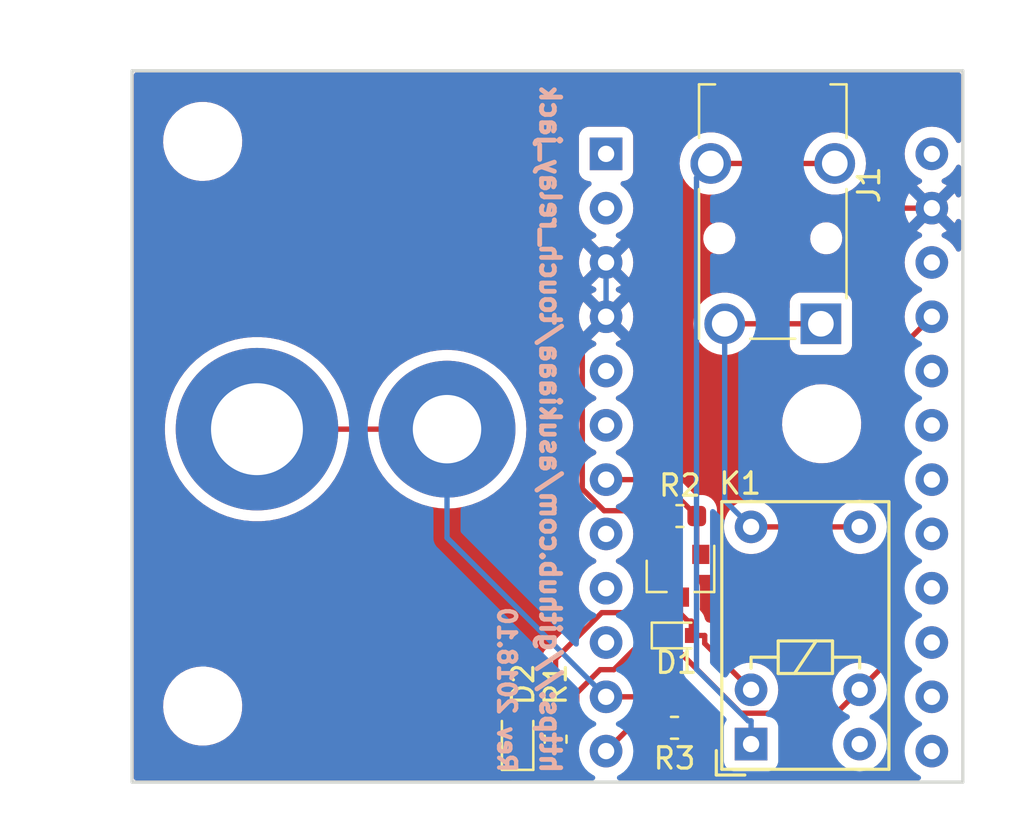
<source format=kicad_pcb>
(kicad_pcb (version 20221018) (generator pcbnew)
  (layers (0 "F.Cu" signal) (31 "B.Cu" signal) (34 "B.Paste" user) (35 "F.Paste" user) (36 "B.SilkS" user "B.Silkscreen") (37 "F.SilkS" user "F.Silkscreen") (38 "B.Mask" user) (39 "F.Mask" user) (44 "Edge.Cuts" user))
  (net 0 "")
  (net 1 "Net-(A1-Pad1)")
  (net 2 "Net-(A1-Pad2)")
  (net 3 "GND")
  (net 4 "Net-(A1-Pad5)")
  (net 5 "Net-(A1-Pad6)")
  (net 6 "Relay")
  (net 7 "Net-(A1-Pad8)")
  (net 8 "Net-(A1-Pad9)")
  (net 9 "Net-(A1-Pad10)")
  (net 10 "Net-(A1-Pad11)")
  (net 11 "Net-(A1-Pad12)")
  (net 12 "Net-(A1-Pad13)")
  (net 13 "Net-(A1-Pad14)")
  (net 14 "Net-(A1-Pad15)")
  (net 15 "Net-(A1-Pad16)")
  (net 16 "Net-(A1-Pad17)")
  (net 17 "Net-(A1-Pad18)")
  (net 18 "Net-(A1-Pad19)")
  (net 19 "Net-(A1-Pad20)")
  (net 20 "+5V")
  (net 21 "Net-(A1-Pad22)")
  (net 22 "Net-(A1-Pad24)")
  (net 23 "Net-(D1-Pad2)")
  (net 24 "Net-(J1-PadT)")
  (net 25 "Net-(J1-PadR)")
  (net 26 "Net-(K1-Pad2)")
  (net 27 "Net-(D2-Pad1)")
  (footprint "Module:Pro_Micro" (layer "F.Cu") (at 112.851 101.421)
    (fp_text reference "A1" hide)
    (fp_text value "Pro_Micro")
    (pad "1" thru_hole rect (at -7.62 -12.7) (size 1.524 1.524) (drill 0.762) (layers "*.Cu" "*.Mask") (net 1 "Net-(A1-Pad1)"))
    (pad "2" thru_hole circle (at -7.62 -10.16) (size 1.524 1.524) (drill 0.762) (layers "*.Cu" "*.Mask") (net 2 "Net-(A1-Pad2)"))
    (pad "3" thru_hole circle (at -7.62 -7.62) (size 1.524 1.524) (drill 0.762) (layers "*.Cu" "*.Mask") (net 3 "GND"))
    (pad "4" thru_hole circle (at -7.62 -5.08) (size 1.524 1.524) (drill 0.762) (layers "*.Cu" "*.Mask") (net 3 "GND"))
    (pad "5" thru_hole circle (at -7.62 -2.54) (size 1.524 1.524) (drill 0.762) (layers "*.Cu" "*.Mask") (net 4 "Net-(A1-Pad5)"))
    (pad "6" thru_hole circle (at -7.62 0) (size 1.524 1.524) (drill 0.762) (layers "*.Cu" "*.Mask") (net 5 "Net-(A1-Pad6)"))
    (pad "7" thru_hole circle (at -7.62 2.54) (size 1.524 1.524) (drill 0.762) (layers "*.Cu" "*.Mask") (net 6 "Relay"))
    (pad "8" thru_hole circle (at -7.62 5.08) (size 1.524 1.524) (drill 0.762) (layers "*.Cu" "*.Mask") (net 7 "Net-(A1-Pad8)"))
    (pad "9" thru_hole circle (at -7.62 7.62) (size 1.524 1.524) (drill 0.762) (layers "*.Cu" "*.Mask") (net 8 "Net-(A1-Pad9)"))
    (pad "10" thru_hole circle (at -7.62 10.16) (size 1.524 1.524) (drill 0.762) (layers "*.Cu" "*.Mask") (net 9 "Net-(A1-Pad10)"))
    (pad "11" thru_hole circle (at -7.62 12.7) (size 1.524 1.524) (drill 0.762) (layers "*.Cu" "*.Mask") (net 10 "Net-(A1-Pad11)"))
    (pad "12" thru_hole circle (at -7.62 15.24) (size 1.524 1.524) (drill 0.762) (layers "*.Cu" "*.Mask") (net 11 "Net-(A1-Pad12)"))
    (pad "13" thru_hole circle (at 7.62 15.24) (size 1.524 1.524) (drill 0.762) (layers "*.Cu" "*.Mask") (net 12 "Net-(A1-Pad13)"))
    (pad "14" thru_hole circle (at 7.62 12.7) (size 1.524 1.524) (drill 0.762) (layers "*.Cu" "*.Mask") (net 13 "Net-(A1-Pad14)"))
    (pad "15" thru_hole circle (at 7.62 10.16) (size 1.524 1.524) (drill 0.762) (layers "*.Cu" "*.Mask") (net 14 "Net-(A1-Pad15)"))
    (pad "16" thru_hole circle (at 7.62 7.62) (size 1.524 1.524) (drill 0.762) (layers "*.Cu" "*.Mask") (net 15 "Net-(A1-Pad16)"))
    (pad "17" thru_hole circle (at 7.62 5.08) (size 1.524 1.524) (drill 0.762) (layers "*.Cu" "*.Mask") (net 16 "Net-(A1-Pad17)"))
    (pad "18" thru_hole circle (at 7.62 2.54) (size 1.524 1.524) (drill 0.762) (layers "*.Cu" "*.Mask") (net 17 "Net-(A1-Pad18)"))
    (pad "19" thru_hole circle (at 7.62 0) (size 1.524 1.524) (drill 0.762) (layers "*.Cu" "*.Mask") (net 18 "Net-(A1-Pad19)"))
    (pad "20" thru_hole circle (at 7.62 -2.54) (size 1.524 1.524) (drill 0.762) (layers "*.Cu" "*.Mask") (net 19 "Net-(A1-Pad20)"))
    (pad "21" thru_hole circle (at 7.62 -5.08) (size 1.524 1.524) (drill 0.762) (layers "*.Cu" "*.Mask") (net 20 "+5V"))
    (pad "22" thru_hole circle (at 7.62 -7.62) (size 1.524 1.524) (drill 0.762) (layers "*.Cu" "*.Mask") (net 21 "Net-(A1-Pad22)"))
    (pad "23" thru_hole circle (at 7.62 -10.16) (size 1.524 1.524) (drill 0.762) (layers "*.Cu" "*.Mask") (net 3 "GND"))
    (pad "24" thru_hole circle (at 7.62 -12.7) (size 1.524 1.524) (drill 0.762) (layers "*.Cu" "*.Mask") (net 22 "Net-(A1-Pad24)"))
  )
  (footprint "Diode_SMD:D_SOD-523" (layer "F.Cu") (at 108.52 111.252)
    (fp_text reference "D1" (at 0 1.27) (layer "F.SilkS"))
    (fp_text value "D_Shockley")
    (fp_line (start -1.15 -0.6) (end -1.15 0.6) (stroke (width 0.12)) (layer "F.SilkS"))
    (fp_line (start 0.7 -0.6) (end -1.15 -0.6) (stroke (width 0.12)) (layer "F.SilkS"))
    (fp_line (start 0.7 0.6) (end -1.15 0.6) (stroke (width 0.12)) (layer "F.SilkS"))
    (pad "1" smd rect (at -0.7 0 180) (size 0.6 0.7) (layers "F.Cu" "F.Paste" "F.Mask") (net 20 "+5V"))
    (pad "2" smd rect (at 0.7 0 180) (size 0.6 0.7) (layers "F.Cu" "F.Paste" "F.Mask") (net 23 "Net-(D1-Pad2)"))
  )
  (footprint "LED_SMD:LED_0603_1608Metric" (layer "F.Cu") (at 101.092 116.052 90)
    (fp_text reference "D2" (at 2.5145 0.254 90) (layer "F.SilkS"))
    (fp_text value "LED")
    (fp_line (start -1.485 -0.735) (end -1.485 0.735) (stroke (width 0.12)) (layer "F.SilkS"))
    (fp_line (start -1.485 0.735) (end 0.8 0.735) (stroke (width 0.12)) (layer "F.SilkS"))
    (fp_line (start 0.8 -0.735) (end -1.485 -0.735) (stroke (width 0.12)) (layer "F.SilkS"))
    (pad "1" smd roundrect (at -0.7875 0 90) (size 0.875 0.95) (layers "F.Cu" "F.Paste" "F.Mask") (net 27 "Net-(D2-Pad1)"))
    (pad "2" smd roundrect (at 0.7875 0 90) (size 0.875 0.95) (layers "F.Cu" "F.Paste" "F.Mask") (net 20 "+5V"))
  )
  (footprint "MountingHole:MountingHole_4.3mm_M4_ISO7380_Pad" (layer "F.Cu") (at 88.9 101.6)
    (fp_text reference "H1" hide)
    (fp_text value "M4Hole")
    (pad "1" thru_hole circle (at 0 0) (size 7.6 7.6) (drill 4.3) (layers "*.Cu" "*.Mask") (net 10 "Net-(A1-Pad11)"))
  )
  (footprint "Connector_Audio:Jack_3.5mm_Switronic_ST-005-G_horizontal" (layer "F.Cu") (at 113.03 90.17 -90)
    (fp_text reference "J1" (at 0 -4.5 270) (layer "F.SilkS"))
    (fp_text value "AudioJack3_Ground")
    (fp_line (start -4.7 -3.45) (end -2.2 -3.45) (stroke (width 0.12)) (layer "F.SilkS"))
    (fp_line (start -4.7 -2.7) (end -4.7 -3.45) (stroke (width 0.12)) (layer "F.SilkS"))
    (fp_line (start -4.7 3.45) (end -4.7 2.7) (stroke (width 0.12)) (layer "F.SilkS"))
    (fp_line (start -2.2 3.45) (end -4.7 3.45) (stroke (width 0.12)) (layer "F.SilkS"))
    (fp_line (start 0.2 -3.45) (end 5.3 -3.45) (stroke (width 0.12)) (layer "F.SilkS"))
    (fp_line (start 0.2 3.45) (end 7.2 3.45) (stroke (width 0.12)) (layer "F.SilkS"))
    (fp_line (start 7.2 -1.05) (end 7.2 1.05) (stroke (width 0.12)) (layer "F.SilkS"))
    (pad "" np_thru_hole circle (at 2.5 -2.5 270) (size 1 1) (drill 1) (layers "*.Cu" "*.Mask"))
    (pad "" np_thru_hole circle (at 2.5 2.5 270) (size 1 1) (drill 1) (layers "*.Cu" "*.Mask"))
    (pad "R" thru_hole rect (at 6.5 -2.25 270) (size 1.9 1.9) (drill 1.2) (layers "*.Cu" "*.Mask") (net 25 "Net-(J1-PadR)"))
    (pad "S" thru_hole circle (at 6.5 2.25 270) (size 1.9 1.9) (drill 1.2) (layers "*.Cu" "*.Mask") (net 25 "Net-(J1-PadR)"))
    (pad "T" thru_hole circle (at -1 -2.9 270) (size 1.9 1.9) (drill 1.2) (layers "*.Cu" "*.Mask") (net 24 "Net-(J1-PadT)"))
    (pad "T" thru_hole circle (at -1 2.9 270) (size 1.9 1.9) (drill 1.2) (layers "*.Cu" "*.Mask") (net 24 "Net-(J1-PadT)"))
  )
  (footprint "Relay_THT:Relay_SPDT_HsinDa_Y14" (layer "F.Cu") (at 112.014 116.332 90)
    (fp_text reference "K1" (at 12.192 -0.508 180) (layer "F.SilkS"))
    (fp_text value "Y14x-1C-xxDS")
    (fp_line (start -1.4478 -1.6256) (end -1.4478 -0.2921) (stroke (width 0.15)) (layer "F.SilkS"))
    (fp_line (start -1.18 -1.37) (end -1.18 6.45) (stroke (width 0.15)) (layer "F.SilkS"))
    (fp_line (start -1.18 6.45) (end 11.34 6.45) (stroke (width 0.15)) (layer "F.SilkS"))
    (fp_line (start -0.3048 -1.6256) (end -1.4478 -1.6256) (stroke (width 0.15)) (layer "F.SilkS"))
    (fp_line (start 3.302 1.27) (end 4.826 1.27) (stroke (width 0.15)) (layer "F.SilkS"))
    (fp_line (start 3.302 2.032) (end 4.826 3.048) (stroke (width 0.15)) (layer "F.SilkS"))
    (fp_line (start 3.302 3.81) (end 3.302 1.27) (stroke (width 0.15)) (layer "F.SilkS"))
    (fp_line (start 3.556 0) (end 4.064 0) (stroke (width 0.15)) (layer "F.SilkS"))
    (fp_line (start 4.064 0) (end 4.064 1.27) (stroke (width 0.15)) (layer "F.SilkS"))
    (fp_line (start 4.064 3.81) (end 4.064 5.08) (stroke (width 0.15)) (layer "F.SilkS"))
    (fp_line (start 4.064 5.08) (end 3.556 5.08) (stroke (width 0.15)) (layer "F.SilkS"))
    (fp_line (start 4.826 1.27) (end 4.826 3.81) (stroke (width 0.15)) (layer "F.SilkS"))
    (fp_line (start 4.826 3.81) (end 3.302 3.81) (stroke (width 0.15)) (layer "F.SilkS"))
    (fp_line (start 11.34 -1.37) (end -1.18 -1.37) (stroke (width 0.15)) (layer "F.SilkS"))
    (fp_line (start 11.34 6.45) (end 11.34 -1.37) (stroke (width 0.15)) (layer "F.SilkS"))
    (pad "1" thru_hole rect (at 0 0 90) (size 1.524 1.524) (drill 0.762) (layers "*.Cu" "*.Mask") (net 24 "Net-(J1-PadT)"))
    (pad "2" thru_hole circle (at 0 5.08 90) (size 1.524 1.524) (drill 0.762) (layers "*.Cu" "*.Mask") (net 26 "Net-(K1-Pad2)"))
    (pad "3" thru_hole circle (at 2.54 0 90) (size 1.524 1.524) (drill 0.762) (layers "*.Cu" "*.Mask") (net 23 "Net-(D1-Pad2)"))
    (pad "4" thru_hole circle (at 2.54 5.08 90) (size 1.524 1.524) (drill 0.762) (layers "*.Cu" "*.Mask") (net 20 "+5V"))
    (pad "5" thru_hole circle (at 10.16 0 90) (size 1.524 1.524) (drill 0.762) (layers "*.Cu" "*.Mask") (net 25 "Net-(J1-PadR)"))
    (pad "6" thru_hole circle (at 10.16 5.08 90) (size 1.524 1.524) (drill 0.762) (layers "*.Cu" "*.Mask") (net 25 "Net-(J1-PadR)"))
  )
  (footprint "Package_TO_SOT_SMD:SOT-23" (layer "F.Cu") (at 108.712 108.458 -90)
    (fp_text reference "Q1" hide)
    (fp_text value "Q_NMOS_GSD")
    (fp_line (start 0.76 -1.58) (end -1.4 -1.58) (stroke (width 0.12)) (layer "F.SilkS"))
    (fp_line (start 0.76 -1.58) (end 0.76 -0.65) (stroke (width 0.12)) (layer "F.SilkS"))
    (fp_line (start 0.76 1.58) (end -0.7 1.58) (stroke (width 0.12)) (layer "F.SilkS"))
    (fp_line (start 0.76 1.58) (end 0.76 0.65) (stroke (width 0.12)) (layer "F.SilkS"))
    (pad "1" smd rect (at -1 -0.95 270) (size 0.9 0.8) (layers "F.Cu" "F.Paste" "F.Mask") (net 6 "Relay"))
    (pad "2" smd rect (at -1 0.95 270) (size 0.9 0.8) (layers "F.Cu" "F.Paste" "F.Mask") (net 3 "GND"))
    (pad "3" smd rect (at 1 0 270) (size 0.9 0.8) (layers "F.Cu" "F.Paste" "F.Mask") (net 23 "Net-(D1-Pad2)"))
  )
  (footprint "Resistor_SMD:R_0603_1608Metric" (layer "F.Cu") (at 102.87 116.104 -90)
    (fp_text reference "R1" (at -2.5655 0 270) (layer "F.SilkS"))
    (fp_text value "1K")
    (fp_line (start -0.162779 -0.51) (end 0.162779 -0.51) (stroke (width 0.12)) (layer "F.SilkS"))
    (fp_line (start -0.162779 0.51) (end 0.162779 0.51) (stroke (width 0.12)) (layer "F.SilkS"))
    (pad "1" smd roundrect (at -0.7875 0 270) (size 0.875 0.95) (layers "F.Cu" "F.Paste" "F.Mask") (net 23 "Net-(D1-Pad2)"))
    (pad "2" smd roundrect (at 0.7875 0 270) (size 0.875 0.95) (layers "F.Cu" "F.Paste" "F.Mask") (net 27 "Net-(D2-Pad1)"))
  )
  (footprint "Resistor_SMD:R_0603_1608Metric" (layer "F.Cu") (at 108.686 105.664)
    (fp_text reference "R2" (at 0 -1.43) (layer "F.SilkS"))
    (fp_text value "1K")
    (fp_line (start -0.162779 -0.51) (end 0.162779 -0.51) (stroke (width 0.12)) (layer "F.SilkS"))
    (fp_line (start -0.162779 0.51) (end 0.162779 0.51) (stroke (width 0.12)) (layer "F.SilkS"))
    (pad "1" smd roundrect (at -0.7875 0) (size 0.875 0.95) (layers "F.Cu" "F.Paste" "F.Mask") (net 3 "GND"))
    (pad "2" smd roundrect (at 0.7875 0) (size 0.875 0.95) (layers "F.Cu" "F.Paste" "F.Mask") (net 6 "Relay"))
  )
  (footprint "Resistor_SMD:R_0603_1608Metric" (layer "F.Cu") (at 108.432 115.57 180)
    (fp_text reference "R3" (at 0 -1.43 180) (layer "F.SilkS"))
    (fp_text value "1M")
    (fp_line (start -0.162779 -0.51) (end 0.162779 -0.51) (stroke (width 0.12)) (layer "F.SilkS"))
    (fp_line (start -0.162779 0.51) (end 0.162779 0.51) (stroke (width 0.12)) (layer "F.SilkS"))
    (pad "1" smd roundrect (at -0.7875 0 180) (size 0.875 0.95) (layers "F.Cu" "F.Paste" "F.Mask") (net 10 "Net-(A1-Pad11)"))
    (pad "2" smd roundrect (at 0.7875 0 180) (size 0.875 0.95) (layers "F.Cu" "F.Paste" "F.Mask") (net 11 "Net-(A1-Pad12)"))
  )
  (footprint "MountingHole:MountingHole_3.2mm_M3" (layer "F.Cu") (at 115.316 101.346)
    (fp_text reference "REF1" hide)
    (fp_text value "MountingHole_3.2mm_M3")
    (pad "" np_thru_hole circle (at 0 0) (size 3.2 3.2) (drill 3.2) (layers "*.Cu" "*.Mask"))
  )
  (footprint "MountingHole:MountingHole_3.2mm_M3" (layer "F.Cu") (at 86.36 88.138)
    (fp_text reference "REF2" hide)
    (fp_text value "MountingHole_3.2mm_M3")
    (pad "" np_thru_hole circle (at 0 0) (size 3.2 3.2) (drill 3.2) (layers "*.Cu" "*.Mask"))
  )
  (footprint "MountingHole:MountingHole_3.2mm_M3" (layer "F.Cu") (at 86.36 114.554)
    (fp_text reference "REF3" hide)
    (fp_text value "MountingHole_3.2mm_M3")
    (pad "" np_thru_hole circle (at 0 0) (size 3.2 3.2) (drill 3.2) (layers "*.Cu" "*.Mask"))
  )
  (footprint "MountingHole:MountingHole_3.2mm_M3_Pad" (layer "F.Cu") (at 97.79 101.6)
    (fp_text reference "H2" hide)
    (fp_text value "M3Hole")
    (pad "1" thru_hole circle (at 0 0) (size 6.4 6.4) (drill 3.2) (layers "*.Cu" "*.Mask") (net 10 "Net-(A1-Pad11)"))
  )
  (gr_line (start 121.92 118.11) (end 121.92 84.836) (stroke (width 0.15)) (layer "Edge.Cuts"))
  (gr_line (start 83.058 84.836) (end 83.058 118.11) (stroke (width 0.15)) (layer "Edge.Cuts"))
  (gr_line (start 83.058 118.11) (end 121.92 118.11) (stroke (width 0.15)) (layer "Edge.Cuts"))
  (gr_line (start 121.92 84.836) (end 83.058 84.836) (stroke (width 0.15)) (layer "Edge.Cuts"))
  (gr_text "https://github.com/asukiaaa/touch_relay_jack" (at 102.616 101.6 270) (layer "B.SilkS") (effects (font (size 0.9 0.9) (thickness 0.225)) (justify mirror)))
  (gr_text "Rev 2018.10" (at 100.584 113.792 270) (layer "B.SilkS") (effects (font (size 0.8 0.8) (thickness 0.2)) (justify mirror)))
  (segment (start 107.762 105.8005) (end 107.3751 105.4136) (width 0.25) (layer "F.Cu") (net 3))
  (segment (start 107.3751 105.4136) (end 105.1396 105.4136) (width 0.25) (layer "F.Cu") (net 3))
  (segment (start 107.762 107.458) (end 107.762 105.8005) (width 0.25) (layer "F.Cu") (net 3))
  (segment (start 107.762 105.8005) (end 107.8985 105.664) (width 0.25) (layer "F.Cu") (net 3))
  (segment (start 120.471 91.261) (end 107.771 91.261) (width 0.25) (layer "F.Cu") (net 3))
  (segment (start 105.1396 105.4136) (end 104.1187 104.3927) (width 0.25) (layer "F.Cu") (net 3))
  (segment (start 104.1187 97.4533) (end 105.231 96.341) (width 0.25) (layer "F.Cu") (net 3))
  (segment (start 104.1187 104.3927) (end 104.1187 97.4533) (width 0.25) (layer "F.Cu") (net 3))
  (segment (start 107.771 91.261) (end 105.231 93.801) (width 0.25) (layer "F.Cu") (net 3))
  (segment (start 105.231 96.341) (end 105.231 93.801) (width 0.25) (layer "B.Cu") (net 3))
  (segment (start 109.662 107.458) (end 109.4735 107.458) (width 0.25) (layer "F.Cu") (net 6))
  (segment (start 109.4735 105.664) (end 107.7705 103.961) (width 0.25) (layer "F.Cu") (net 6))
  (segment (start 107.7705 103.961) (end 105.231 103.961) (width 0.25) (layer "F.Cu") (net 6))
  (segment (start 109.4735 105.664) (end 109.4735 107.458) (width 0.25) (layer "F.Cu") (net 6))
  (segment (start 109.2195 115.57) (end 107.7705 114.121) (width 0.25) (layer "F.Cu") (net 10))
  (segment (start 97.79 101.6) (end 88.9 101.6) (width 0.25) (layer "F.Cu") (net 10))
  (segment (start 107.7705 114.121) (end 105.231 114.121) (width 0.25) (layer "F.Cu") (net 10))
  (segment (start 97.79 101.6) (end 97.79 106.68) (width 0.25) (layer "B.Cu") (net 10))
  (segment (start 97.79 106.68) (end 105.231 114.121) (width 0.25) (layer "B.Cu") (net 10))
  (segment (start 107.6445 115.57) (end 106.322 115.57) (width 0.25) (layer "F.Cu") (net 11))
  (segment (start 106.322 115.57) (end 105.231 116.661) (width 0.25) (layer "F.Cu") (net 11))
  (segment (start 105.5957 112.851) (end 107.1947 111.252) (width 0.25) (layer "F.Cu") (net 20))
  (segment (start 103.3851 116.104) (end 103.8609 115.6282) (width 0.25) (layer "F.Cu") (net 20))
  (segment (start 115.9986 114.8874) (end 111.5336 114.8874) (width 0.25) (layer "F.Cu") (net 20))
  (segment (start 118.6181 98.1939) (end 118.6181 112.2679) (width 0.25) (layer "F.Cu") (net 20))
  (segment (start 111.5336 114.8874) (end 108.4453 111.7991) (width 0.25) (layer "F.Cu") (net 20))
  (segment (start 107.82 111.252) (end 107.1947 111.252) (width 0.25) (layer "F.Cu") (net 20))
  (segment (start 117.094 113.792) (end 115.9986 114.8874) (width 0.25) (layer "F.Cu") (net 20))
  (segment (start 101.092 115.2645) (end 101.9315 116.104) (width 0.25) (layer "F.Cu") (net 20))
  (segment (start 118.6181 112.2679) (end 117.094 113.792) (width 0.25) (layer "F.Cu") (net 20))
  (segment (start 101.9315 116.104) (end 103.3851 116.104) (width 0.25) (layer "F.Cu") (net 20))
  (segment (start 108.4453 111.7991) (end 108.4453 111.252) (width 0.25) (layer "F.Cu") (net 20))
  (segment (start 120.471 96.341) (end 118.6181 98.1939) (width 0.25) (layer "F.Cu") (net 20))
  (segment (start 103.8609 113.9429) (end 104.9528 112.851) (width 0.25) (layer "F.Cu") (net 20))
  (segment (start 104.9528 112.851) (end 105.5957 112.851) (width 0.25) (layer "F.Cu") (net 20))
  (segment (start 107.82 111.252) (end 108.4453 111.252) (width 0.25) (layer "F.Cu") (net 20))
  (segment (start 103.8609 115.6282) (end 103.8609 113.9429) (width 0.25) (layer "F.Cu") (net 20))
  (segment (start 107.2614 110.1833) (end 107.9867 109.458) (width 0.25) (layer "F.Cu") (net 23))
  (segment (start 108.6912 109.458) (end 108.712 109.458) (width 0.25) (layer "F.Cu") (net 23))
  (segment (start 109.22 111.252) (end 109.22 110.5767) (width 0.25) (layer "F.Cu") (net 23))
  (segment (start 102.87 112.3457) (end 105.0324 110.1833) (width 0.25) (layer "F.Cu") (net 23))
  (segment (start 109.0554 110.5767) (end 109.22 110.5767) (width 0.25) (layer "F.Cu") (net 23))
  (segment (start 108.712 109.458) (end 108.712 110.2333) (width 0.25) (layer "F.Cu") (net 23))
  (segment (start 109.8453 111.6233) (end 109.8453 111.252) (width 0.25) (layer "F.Cu") (net 23))
  (segment (start 108.712 110.2333) (end 109.0554 110.5767) (width 0.25) (layer "F.Cu") (net 23))
  (segment (start 112.014 113.792) (end 109.8453 111.6233) (width 0.25) (layer "F.Cu") (net 23))
  (segment (start 108.6912 109.458) (end 107.9867 109.458) (width 0.25) (layer "F.Cu") (net 23))
  (segment (start 102.87 115.3165) (end 102.87 112.3457) (width 0.25) (layer "F.Cu") (net 23))
  (segment (start 109.22 111.252) (end 109.8453 111.252) (width 0.25) (layer "F.Cu") (net 23))
  (segment (start 105.0324 110.1833) (end 107.2614 110.1833) (width 0.25) (layer "F.Cu") (net 23))
  (segment (start 110.13 89.17) (end 115.93 89.17) (width 0.25) (layer "F.Cu") (net 24))
  (segment (start 112.014 116.332) (end 112.014 115.2447) (width 0.25) (layer "B.Cu") (net 24))
  (segment (start 109.4614 112.828) (end 109.4614 89.8386) (width 0.25) (layer "B.Cu") (net 24))
  (segment (start 112.014 115.2447) (end 111.8781 115.2447) (width 0.25) (layer "B.Cu") (net 24))
  (segment (start 109.4614 89.8386) (end 110.13 89.17) (width 0.25) (layer "B.Cu") (net 24))
  (segment (start 111.8781 115.2447) (end 109.4614 112.828) (width 0.25) (layer "B.Cu") (net 24))
  (segment (start 110.78 96.67) (end 115.28 96.67) (width 0.25) (layer "F.Cu") (net 25))
  (segment (start 117.094 106.172) (end 112.014 106.172) (width 0.25) (layer "F.Cu") (net 25))
  (segment (start 112.014 106.172) (end 110.78 104.938) (width 0.25) (layer "B.Cu") (net 25))
  (segment (start 110.78 104.938) (end 110.78 96.67) (width 0.25) (layer "B.Cu") (net 25))
  (segment (start 101.144 116.8915) (end 101.092 116.8395) (width 0.25) (layer "F.Cu") (net 27))
  (segment (start 102.87 116.8915) (end 101.144 116.8915) (width 0.25) (layer "F.Cu") (net 27))
  (zone (net 3) (net_name "GND") (layer "F.Cu") (connect_pads (clearance 0.508)) (min_thickness 0.254) (fill yes (thermal_gap 0.508) (thermal_bridge_width 0.508))
    (polygon (pts (xy 83.058 84.836) (xy 83.058 118.11) (xy 121.92 118.11) (xy 121.92 84.836)))
  )
  (zone (net 3) (net_name "GND") (layer "B.Cu") (connect_pads (clearance 0.508)) (min_thickness 0.254) (fill yes (thermal_gap 0.508) (thermal_bridge_width 0.508))
    (polygon (pts (xy 121.92 84.836) (xy 121.92 118.11) (xy 83.058 118.11) (xy 83.058 84.836)))
  )
)
</source>
